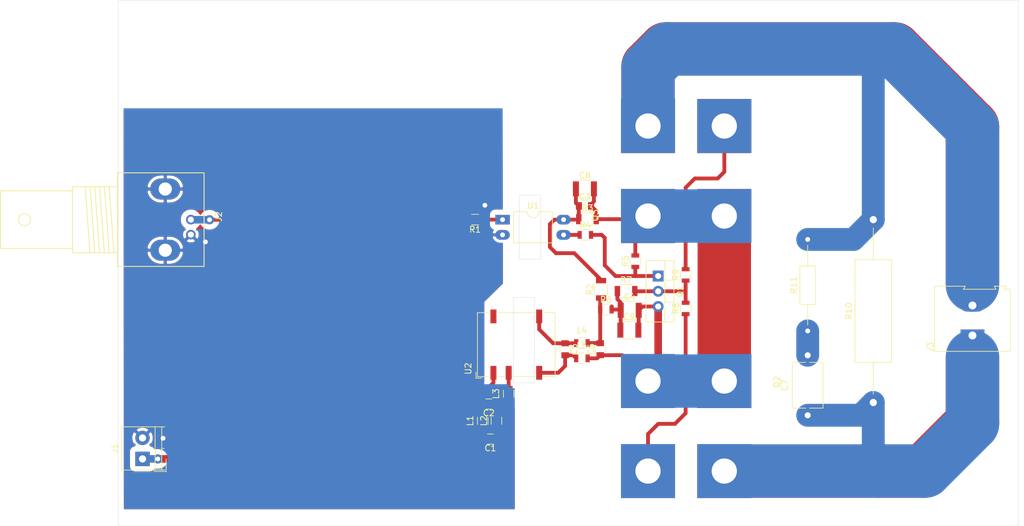
<source format=kicad_pcb>
(kicad_pcb (version 20240108) (generator "pcbnew") (generator_version "8.0")
  (layers (0 "F.Cu" signal) (31 "B.Cu" signal) (34 "B.Paste" user) (35 "F.Paste" user) (36 "B.SilkS" user "B.Silkscreen") (37 "F.SilkS" user "F.Silkscreen") (38 "B.Mask" user) (39 "F.Mask" user) (44 "Edge.Cuts" user))
  (net 0 "")
  (net 1 "GND")
  (net 2 "Net-(C1-Pad1)")
  (net 3 "Net-(C2-Pad2)")
  (net 4 "Net-(C2-Pad1)")
  (net 5 "GNDD")
  (net 6 "Net-(C3-Pad1)")
  (net 7 "Net-(C4-Pad1)")
  (net 8 "Net-(C5-Pad2)")
  (net 9 "Net-(C5-Pad1)")
  (net 10 "+15V")
  (net 11 "Net-(C7-Pad2)")
  (net 12 "Net-(C7-Pad1)")
  (net 13 "Net-(J2-Pad1)")
  (net 14 "Net-(J3-Pad2)")
  (net 15 "Net-(L3-Pad2)")
  (net 16 "Net-(Q1-Pad2)")
  (net 17 "Net-(Q1-Pad1)")
  (net 18 "Net-(R1-Pad1)")
  (net 19 "Net-(U2-Pad14)")
  (net 20 "Net-(Q2-Pad1)")
  (net 21 "Net-(Q3-Pad1)")
  (net 22 "Net-(R4-Pad1)")
  (footprint "Capacitors_SMD:C_0805" (layer "F.Cu") (at 176.784 98.552)
    (property "Reference" "C3" (at 0 -1.5 0) (layer "F.SilkS"))
    (property "Value" "C")
    (fp_line (start -0.5 0.85) (end 0.5 0.85) (stroke (width 0.12)) (layer "F.SilkS"))
    (fp_line (start 0.5 -0.85) (end -0.5 -0.85) (stroke (width 0.12)) (layer "F.SilkS"))
    (pad "1" smd rect (at -1 0) (size 1 1.25) (layers "F.Cu" "F.Paste" "F.Mask") (net 6 "Net-(C3-Pad1)"))
    (pad "2" smd rect (at 1 0) (size 1 1.25) (layers "F.Cu" "F.Paste" "F.Mask") (net 5 "GNDD"))
  )
  (footprint "Capacitors_SMD:C_1210" (layer "F.Cu") (at 184.23636 115.95354)
    (property "Reference" "C4" (at 0 -2.25 0) (layer "F.SilkS"))
    (property "Value" "C")
    (fp_line (start -1 1.48) (end 1 1.48) (stroke (width 0.12)) (layer "F.SilkS"))
    (fp_line (start 1 -1.48) (end -1 -1.48) (stroke (width 0.12)) (layer "F.SilkS"))
    (pad "1" smd rect (at -1.5 0) (size 1 2.5) (layers "F.Cu" "F.Paste" "F.Mask") (net 7 "Net-(C4-Pad1)"))
    (pad "2" smd rect (at 1.5 0) (size 1 2.5) (layers "F.Cu" "F.Paste" "F.Mask") (net 5 "GNDD"))
  )
  (footprint "Capacitors_SMD:C_0805" (layer "F.Cu") (at 173.482 122.444 -90)
    (property "Reference" "C5" (at 0 -1.5 90) (layer "F.SilkS"))
    (property "Value" "C")
    (fp_line (start -0.5 0.85) (end 0.5 0.85) (stroke (width 0.12)) (layer "F.SilkS"))
    (fp_line (start 0.5 -0.85) (end -0.5 -0.85) (stroke (width 0.12)) (layer "F.SilkS"))
    (pad "1" smd rect (at -1 0 270) (size 1 1.25) (layers "F.Cu" "F.Paste" "F.Mask") (net 9 "Net-(C5-Pad1)"))
    (pad "2" smd rect (at 1 0 270) (size 1 1.25) (layers "F.Cu" "F.Paste" "F.Mask") (net 8 "Net-(C5-Pad2)"))
  )
  (footprint "Capacitors_SMD:C_0805" (layer "F.Cu") (at 179.324 122.428 90)
    (property "Reference" "C6" (at 0 -1.5 90) (layer "F.SilkS"))
    (property "Value" "C")
    (fp_line (start 0.5 -0.85) (end -0.5 -0.85) (stroke (width 0.12)) (layer "F.SilkS"))
    (fp_line (start -0.5 0.85) (end 0.5 0.85) (stroke (width 0.12)) (layer "F.SilkS"))
    (pad "1" smd rect (at -1 0 90) (size 1 1.25) (layers "F.Cu" "F.Paste" "F.Mask") (net 5 "GNDD"))
    (pad "2" smd rect (at 1 0 90) (size 1 1.25) (layers "F.Cu" "F.Paste" "F.Mask") (net 10 "+15V"))
  )
  (footprint "Capacitors_THT:C_Disc_D7.5mm_W5.0mm_P10.00mm" (layer "F.Cu") (at 213.868 133.444 90)
    (property "Reference" "C7" (at 5 -3.81 90) (layer "F.SilkS"))
    (property "Value" "C")
    (fp_line (start 8.81 -2.56) (end 8.81 -0.311) (stroke (width 0.12)) (layer "F.SilkS"))
    (fp_line (start 1.19 -2.56) (end 8.81 -2.56) (stroke (width 0.12)) (layer "F.SilkS"))
    (fp_line (start 1.19 -2.56) (end 1.19 -0.311) (stroke (width 0.12)) (layer "F.SilkS"))
    (fp_line (start 8.81 0.311) (end 8.81 2.56) (stroke (width 0.12)) (layer "F.SilkS"))
    (fp_line (start 1.19 0.311) (end 1.19 2.56) (stroke (width 0.12)) (layer "F.SilkS"))
    (fp_line (start 1.19 2.56) (end 8.81 2.56) (stroke (width 0.12)) (layer "F.SilkS"))
    (pad "1" thru_hole circle (at 0 0 90) (size 2 2) (drill 1) (layers "*.Cu" "*.Mask") (net 12 "Net-(C7-Pad1)"))
    (pad "2" thru_hole circle (at 10 0 90) (size 2 2) (drill 1) (layers "*.Cu" "*.Mask") (net 11 "Net-(C7-Pad2)"))
  )
  (footprint "TerminalBlock_4UCON:TerminalBlock_4UCON_19963_02x3.5mm_Straight" (layer "F.Cu") (at 103.124 140.716 90)
    (property "Reference" "J1" (at 1.75 -4.6 90) (layer "F.SilkS"))
    (property "Value" "Screw_Terminal_01x02")
    (fp_line (start 5.35 -3.5) (end 5.35 3.7) (stroke (width 0.12)) (layer "F.SilkS"))
    (fp_line (start -1.85 -3.5) (end 5.35 -3.5) (stroke (width 0.12)) (layer "F.SilkS"))
    (fp_line (start -2.09 1.85) (end -2.09 3.94) (stroke (width 0.12)) (layer "F.SilkS"))
    (fp_line (start -1.85 2.1) (end 5.35 2.1) (stroke (width 0.12)) (layer "F.SilkS"))
    (fp_line (start 1.75 3.2) (end 1.75 3.6) (stroke (width 0.12)) (layer "F.SilkS"))
    (fp_line (start -1.85 3.2) (end 5.35 3.2) (stroke (width 0.12)) (layer "F.SilkS"))
    (fp_line (start -1.85 3.7) (end -1.85 -3.5) (stroke (width 0.12)) (layer "F.SilkS"))
    (fp_line (start -2.09 3.94) (end 0 3.94) (stroke (width 0.12)) (layer "F.SilkS"))
    (pad "1" thru_hole rect (at 0 0 90) (size 2.4 2.4) (drill 1.2) (layers "*.Cu" "*.Mask") (net 2 "Net-(C1-Pad1)"))
    (pad "2" thru_hole circle (at 3.5 0 90) (size 2.4 2.4) (drill 1.2) (layers "*.Cu" "*.Mask") (net 1 "GND"))
  )
  (footprint "Connectors_TE-Connectivity:BNC_Socket_TYCO-AMP" (layer "F.Cu") (at 106.172 100.838 90)
    (property "Reference" "J2" (at 0.508 9.652 90) (layer "F.SilkS"))
    (property "Value" "Conn_Coaxial")
    (fp_line (start 4.8006 -26.70048) (end -4.8006 -26.70048) (stroke (width 0.15)) (layer "F.SilkS"))
    (fp_line (start -4.8006 -26.70048) (end -4.8006 -14.69898) (stroke (width 0.15)) (layer "F.SilkS"))
    (fp_line (start 5.4991 -14.69898) (end -5.4991 -14.69898) (stroke (width 0.15)) (layer "F.SilkS"))
    (fp_line (start 4.8006 -14.69898) (end 4.8006 -26.70048) (stroke (width 0.15)) (layer "F.SilkS"))
    (fp_line (start -5.4991 -14.69898) (end -5.4991 -7.2009) (stroke (width 0.15)) (layer "F.SilkS"))
    (fp_line (start -5.4991 -11.80084) (end 5.4991 -12.60094) (stroke (width 0.15)) (layer "F.SilkS"))
    (fp_line (start -5.4991 -11.00074) (end 5.4991 -11.80084) (stroke (width 0.15)) (layer "F.SilkS"))
    (fp_line (start -5.4991 -10.20064) (end 5.4991 -11.00074) (stroke (width 0.15)) (layer "F.SilkS"))
    (fp_line (start -5.4991 -9.40054) (end 5.4991 -10.20064) (stroke (width 0.15)) (layer "F.SilkS"))
    (fp_line (start -5.4991 -8.60044) (end 5.4991 -9.40054) (stroke (width 0.15)) (layer "F.SilkS"))
    (fp_line (start -5.4991 -7.80034) (end 5.4991 -8.60044) (stroke (width 0.15)) (layer "F.SilkS"))
    (fp_line (start 7.80034 -7.2009) (end -7.80034 -7.2009) (stroke (width 0.15)) (layer "F.SilkS"))
    (fp_line (start 5.4991 -7.2009) (end 5.4991 -14.69898) (stroke (width 0.15)) (layer "F.SilkS"))
    (fp_line (start -7.80034 -7.2009) (end -7.80034 7.2009) (stroke (width 0.15)) (layer "F.SilkS"))
    (fp_line (start 7.80034 7.2009) (end 7.80034 -7.2009) (stroke (width 0.15)) (layer "F.SilkS"))
    (fp_line (start -7.80034 7.2009) (end 7.80034 7.2009) (stroke (width 0.15)) (layer "F.SilkS"))
    (fp_circle (center 0 -22.69998) (end 1.00076 -22.69998) (stroke (width 0.15)) (fill none) (layer "F.SilkS"))
    (pad "1" thru_hole circle (at 0 5.00126 90) (size 1.6002 1.6002) (drill 1.00076) (layers "*.Cu" "*.Mask") (net 13 "Net-(J2-Pad1)"))
    (pad "2" thru_hole oval (at -5.09778 0.7366 90) (size 3.50012 5.00126) (drill 2.19964) (layers "*.Cu" "*.Mask") (net 1 "GND"))
    (pad "2" thru_hole circle (at -2.49936 5.00126 90) (size 1.6002 1.6002) (drill 1.00076) (layers "*.Cu" "*.Mask") (net 1 "GND"))
    (pad "2" thru_hole oval (at 5.10032 0.7366 90) (size 3.50012 5.00126) (drill 2.19964) (layers "*.Cu" "*.Mask") (net 1 "GND"))
  )
  (footprint "TerminalBlock:TerminalBlock_Altech_AK300-2_P5.00mm" (layer "F.Cu") (at 241.3 120.142 90)
    (property "Reference" "J3" (at -1.92 -6.99 90) (layer "F.SilkS"))
    (property "Value" "Screw_Terminal_01x02")
    (fp_line (start 8.2 -6.3) (end -2.65 -6.3) (stroke (width 0.12)) (layer "F.SilkS"))
    (fp_line (start -2.65 -6.3) (end -2.65 6.3) (stroke (width 0.12)) (layer "F.SilkS"))
    (fp_line (start 7.7 -1.5) (end 8.2 -1.2) (stroke (width 0.12)) (layer "F.SilkS"))
    (fp_line (start 8.2 -1.2) (end 8.2 -6.3) (stroke (width 0.12)) (layer "F.SilkS"))
    (fp_line (start 8.2 3.65) (end 7.7 3.9) (stroke (width 0.12)) (layer "F.SilkS"))
    (fp_line (start 8.2 3.7) (end 8.2 3.65) (stroke (width 0.12)) (layer "F.SilkS"))
    (fp_line (start 7.7 3.9) (end 7.7 -1.5) (stroke (width 0.12)) (layer "F.SilkS"))
    (fp_line (start 7.7 5.35) (end 8.2 5.6) (stroke (width 0.12)) (layer "F.SilkS"))
    (fp_line (start 8.2 5.6) (end 8.2 3.7) (stroke (width 0.12)) (layer "F.SilkS"))
    (fp_line (start 7.7 6.3) (end 7.7 5.35) (stroke (width 0.12)) (layer "F.SilkS"))
    (fp_line (start -2.65 6.3) (end 7.7 6.3) (stroke (width 0.12)) (layer "F.SilkS"))
    (pad "1" thru_hole rect (at 0 0 90) (size 1.98 3.96) (drill 1.32) (layers "*.Cu" "*.Mask") (net 12 "Net-(C7-Pad1)"))
    (pad "2" thru_hole oval (at 5 0 90) (size 1.98 3.96) (drill 1.32) (layers "*.Cu" "*.Mask") (net 14 "Net-(J3-Pad2)"))
  )
  (footprint "Inductors_SMD:L_0805" (layer "F.Cu") (at 164.084 129.86 90)
    (property "Reference" "L3" (at 0 -2.1 90) (layer "F.SilkS"))
    (property "Value" "INDUCTOR")
    (fp_line (start -0.6 -0.88) (end 0.6 -0.88) (stroke (width 0.12)) (layer "F.SilkS"))
    (fp_line (start 0.6 0.88) (end -0.6 0.88) (stroke (width 0.12)) (layer "F.SilkS"))
    (pad "1" smd rect (at -0.95 0 90) (size 0.7 1.3) (layers "F.Cu" "F.Paste" "F.Mask") (net 4 "Net-(C2-Pad1)"))
    (pad "2" smd rect (at 0.95 0 90) (size 0.7 1.3) (layers "F.Cu" "F.Paste" "F.Mask") (net 15 "Net-(L3-Pad2)"))
  )
  (footprint "Inductors_SMD:L_0805" (layer "F.Cu") (at 176.276 121.412)
    (property "Reference" "L4" (at 0 -2.1 0) (layer "F.SilkS"))
    (property "Value" "INDUCTOR")
    (fp_line (start -0.6 -0.88) (end 0.6 -0.88) (stroke (width 0.12)) (layer "F.SilkS"))
    (fp_line (start 0.6 0.88) (end -0.6 0.88) (stroke (width 0.12)) (layer "F.SilkS"))
    (pad "1" smd rect (at -0.95 0) (size 0.7 1.3) (layers "F.Cu" "F.Paste" "F.Mask") (net 9 "Net-(C5-Pad1)"))
    (pad "2" smd rect (at 0.95 0) (size 0.7 1.3) (layers "F.Cu" "F.Paste" "F.Mask") (net 10 "+15V"))
  )
  (footprint "Inductors_SMD:L_0805" (layer "F.Cu") (at 176.276 123.952)
    (property "Reference" "L5" (at 0 -2.1 0) (layer "F.SilkS"))
    (property "Value" "INDUCTOR")
    (fp_line (start -0.6 -0.88) (end 0.6 -0.88) (stroke (width 0.12)) (layer "F.SilkS"))
    (fp_line (start 0.6 0.88) (end -0.6 0.88) (stroke (width 0.12)) (layer "F.SilkS"))
    (pad "1" smd rect (at -0.95 0) (size 0.7 1.3) (layers "F.Cu" "F.Paste" "F.Mask") (net 8 "Net-(C5-Pad2)"))
    (pad "2" smd rect (at 0.95 0) (size 0.7 1.3) (layers "F.Cu" "F.Paste" "F.Mask") (net 5 "GNDD"))
  )
  (footprint "Resistors_SMD:R_0805" (layer "F.Cu") (at 158.496 100.838 180)
    (property "Reference" "R1" (at 0 -1.65 0) (layer "F.SilkS"))
    (property "Value" "R_US")
    (fp_line (start 0.6 0.88) (end -0.6 0.88) (stroke (width 0.12)) (layer "F.SilkS"))
    (fp_line (start -0.6 -0.88) (end 0.6 -0.88) (stroke (width 0.12)) (layer "F.SilkS"))
    (pad "1" smd rect (at -0.95 0 180) (size 0.7 1.3) (layers "F.Cu" "F.Paste" "F.Mask") (net 18 "Net-(R1-Pad1)"))
    (pad "2" smd rect (at 0.95 0 180) (size 0.7 1.3) (layers "F.Cu" "F.Paste" "F.Mask") (net 13 "Net-(J2-Pad1)"))
  )
  (footprint "Resistors_SMD:R_1206" (layer "F.Cu") (at 179.4637 112.45376 90)
    (property "Reference" "R2" (at 0 -1.85 90) (layer "F.SilkS"))
    (property "Value" "R_US")
    (fp_line (start -1 -1.07) (end 1 -1.07) (stroke (width 0.12)) (layer "F.SilkS"))
    (fp_line (start 1 1.07) (end -1 1.07) (stroke (width 0.12)) (layer "F.SilkS"))
    (pad "1" smd rect (at -1.45 0 90) (size 0.9 1.7) (layers "F.Cu" "F.Paste" "F.Mask") (net 10 "+15V"))
    (pad "2" smd rect (at 1.45 0 90) (size 0.9 1.7) (layers "F.Cu" "F.Paste" "F.Mask") (net 6 "Net-(C3-Pad1)"))
  )
  (footprint "Resistors_SMD:R_1206" (layer "F.Cu") (at 177.20852 100.7618)
    (property "Reference" "R3" (at 0 -1.85 0) (layer "F.SilkS"))
    (property "Value" "R_US")
    (fp_line (start -1 -1.07) (end 1 -1.07) (stroke (width 0.12)) (layer "F.SilkS"))
    (fp_line (start 1 1.07) (end -1 1.07) (stroke (width 0.12)) (layer "F.SilkS"))
    (pad "1" smd rect (at -1.45 0) (size 0.9 1.7) (layers "F.Cu" "F.Paste" "F.Mask") (net 6 "Net-(C3-Pad1)"))
    (pad "2" smd rect (at 1.45 0) (size 0.9 1.7) (layers "F.Cu" "F.Paste" "F.Mask") (net 5 "GNDD"))
  )
  (footprint "Resistors_SMD:R_0805" (layer "F.Cu") (at 176.85 103.378)
    (property "Reference" "R4" (at 0 -1.65 0) (layer "F.SilkS"))
    (property "Value" "R_US")
    (fp_line (start -0.6 -0.88) (end 0.6 -0.88) (stroke (width 0.12)) (layer "F.SilkS"))
    (fp_line (start 0.6 0.88) (end -0.6 0.88) (stroke (width 0.12)) (layer "F.SilkS"))
    (pad "1" smd rect (at -0.95 0) (size 0.7 1.3) (layers "F.Cu" "F.Paste" "F.Mask") (net 22 "Net-(R4-Pad1)"))
    (pad "2" smd rect (at 0.95 0) (size 0.7 1.3) (layers "F.Cu" "F.Paste" "F.Mask") (net 17 "Net-(Q1-Pad1)"))
  )
  (footprint "Resistors_SMD:R_0805" (layer "F.Cu") (at 185.166 107.762 90)
    (property "Reference" "R5" (at 0 -1.65 90) (layer "F.SilkS"))
    (property "Value" "R_US")
    (fp_line (start -0.6 -0.88) (end 0.6 -0.88) (stroke (width 0.12)) (layer "F.SilkS"))
    (fp_line (start 0.6 0.88) (end -0.6 0.88) (stroke (width 0.12)) (layer "F.SilkS"))
    (pad "1" smd rect (at -0.95 0 90) (size 0.7 1.3) (layers "F.Cu" "F.Paste" "F.Mask") (net 17 "Net-(Q1-Pad1)"))
    (pad "2" smd rect (at 0.95 0 90) (size 0.7 1.3) (layers "F.Cu" "F.Paste" "F.Mask") (net 5 "GNDD"))
  )
  (footprint "Resistors_SMD:R_0805" (layer "F.Cu") (at 180.274 115.824)
    (property "Reference" "R6" (at 0 -1.65 0) (layer "F.SilkS"))
    (property "Value" "R_US")
    (fp_line (start -0.6 -0.88) (end 0.6 -0.88) (stroke (width 0.12)) (layer "F.SilkS"))
    (fp_line (start 0.6 0.88) (end -0.6 0.88) (stroke (width 0.12)) (layer "F.SilkS"))
    (pad "1" smd rect (at -0.95 0) (size 0.7 1.3) (layers "F.Cu" "F.Paste" "F.Mask") (net 10 "+15V"))
    (pad "2" smd rect (at 0.95 0) (size 0.7 1.3) (layers "F.Cu" "F.Paste" "F.Mask") (net 7 "Net-(C4-Pad1)"))
  )
  (footprint "Resistors_SMD:R_1206" (layer "F.Cu") (at 183.634 112.74)
    (property "Reference" "R7" (at 0 -1.85 0) (layer "F.SilkS"))
    (property "Value" "R_US")
    (fp_line (start -1 -1.07) (end 1 -1.07) (stroke (width 0.12)) (layer "F.SilkS"))
    (fp_line (start 1 1.07) (end -1 1.07) (stroke (width 0.12)) (layer "F.SilkS"))
    (pad "1" smd rect (at -1.45 0) (size 0.9 1.7) (layers "F.Cu" "F.Paste" "F.Mask") (net 7 "Net-(C4-Pad1)"))
    (pad "2" smd rect (at 1.45 0) (size 0.9 1.7) (layers "F.Cu" "F.Paste" "F.Mask") (net 16 "Net-(Q1-Pad2)"))
  )
  (footprint "Resistors_SMD:R_0805" (layer "F.Cu") (at 193.548 110.048 90)
    (property "Reference" "R9" (at 0 -1.65 90) (layer "F.SilkS"))
    (property "Value" "R_US")
    (fp_line (start -0.6 -0.88) (end 0.6 -0.88) (stroke (width 0.12)) (layer "F.SilkS"))
    (fp_line (start 0.6 0.88) (end -0.6 0.88) (stroke (width 0.12)) (layer "F.SilkS"))
    (pad "1" smd rect (at -0.95 0 90) (size 0.7 1.3) (layers "F.Cu" "F.Paste" "F.Mask") (net 16 "Net-(Q1-Pad2)"))
    (pad "2" smd rect (at 0.95 0 90) (size 0.7 1.3) (layers "F.Cu" "F.Paste" "F.Mask") (net 21 "Net-(Q3-Pad1)"))
  )
  (footprint "Resistors_THT:R_Axial_DIN0207_L6.3mm_D2.5mm_P15.24mm_Horizontal" (layer "F.Cu") (at 213.868 119.38 90)
    (property "Reference" "R11" (at 7.62 -2.31 90) (layer "F.SilkS"))
    (property "Value" "R_US")
    (fp_line (start 10.83 -1.31) (end 4.41 -1.31) (stroke (width 0.12)) (layer "F.SilkS"))
    (fp_line (start 4.41 -1.31) (end 4.41 1.31) (stroke (width 0.12)) (layer "F.SilkS"))
    (fp_line (start 14.26 0) (end 10.83 0) (stroke (width 0.12)) (layer "F.SilkS"))
    (fp_line (start 0.98 0) (end 4.41 0) (stroke (width 0.12)) (layer "F.SilkS"))
    (fp_line (start 10.83 1.31) (end 10.83 -1.31) (stroke (width 0.12)) (layer "F.SilkS"))
    (fp_line (start 4.41 1.31) (end 10.83 1.31) (stroke (width 0.12)) (layer "F.SilkS"))
    (pad "1" thru_hole circle (at 0 0 90) (size 1.6 1.6) (drill 0.8) (layers "*.Cu" "*.Mask") (net 11 "Net-(C7-Pad2)"))
    (pad "2" thru_hole oval (at 15.24 0 90) (size 1.6 1.6) (drill 0.8) (layers "*.Cu" "*.Mask") (net 14 "Net-(J3-Pad2)"))
  )
  (footprint "Converters_DCDC_ACDC:DCDC-Conv_muRata_NXE2SxxxxMC" (layer "F.Cu") (at 165.354 121.666 90)
    (property "Reference" "U2" (at -4 -8 90) (layer "F.SilkS"))
    (property "Value" "PDS1-S15-S15-M")
    (fp_line (start -4.577 -6.72) (end -5.577 -6.72) (stroke (width 0.12)) (layer "F.SilkS"))
    (fp_line (start -5.577 -6.72) (end -5.577 -5.72) (stroke (width 0.12)) (layer "F.SilkS"))
    (fp_line (start 5.327 -6.47) (end 5.327 -4.51) (stroke (width 0.12)) (layer "F.SilkS"))
    (fp_line (start -5.327 -6.47) (end 5.327 -6.47) (stroke (width 0.12)) (layer "F.SilkS"))
    (fp_line (start -5.327 -4.51) (end -5.327 -6.47) (stroke (width 0.12)) (layer "F.SilkS"))
    (fp_line (start 5.327 -3.11) (end 5.327 3.11) (stroke (width 0.12)) (layer "F.SilkS"))
    (fp_line (start -5.327 -1.97) (end -5.327 -3.11) (stroke (width 0.12)) (layer "F.SilkS"))
    (fp_line (start -5.327 3.11) (end -5.327 -0.57) (stroke (width 0.12)) (layer "F.SilkS"))
    (fp_line (start 5.32 4.51) (end 5.327 6.47) (stroke (width 0.12)) (layer "F.SilkS"))
    (fp_line (start 5.327 6.47) (end -5.327 6.47) (stroke (width 0.12)) (layer "F.SilkS"))
    (fp_line (start -5.327 6.47) (end -5.327 4.51) (stroke (width 0.12)) (layer "F.SilkS"))
    (pad "1" smd rect (at -4.7 -3.81) (size 1 2.3) (layers "F.Cu" "F.Paste" "F.Mask") (net 3 "Net-(C2-Pad2)"))
    (pad "3" smd rect (at -4.7 -1.27) (size 1 2.3) (layers "F.Cu" "F.Paste" "F.Mask") (net 15 "Net-(L3-Pad2)"))
    (pad "7" smd rect (at -4.7 3.81) (size 1 2.3) (layers "F.Cu" "F.Paste" "F.Mask") (net 8 "Net-(C5-Pad2)"))
    (pad "8" smd rect (at 4.7 3.81) (size 1 2.3) (layers "F.Cu" "F.Paste" "F.Mask") (net 9 "Net-(C5-Pad1)"))
    (pad "14" smd rect (at 4.7 -3.81) (size 1 2.3) (layers "F.Cu" "F.Paste" "F.Mask") (net 19 "Net-(U2-Pad14)"))
  )
  (footprint "Housings_DIP:DIP-4_W10.16mm_LongPads" (layer "F.Cu") (at 163.068 100.838)
    (property "Reference" "U1" (at 5.08 -2.33 0) (layer "F.SilkS"))
    (property "Value" "LTV-817")
    (fp_line (start 1.845 -1.33) (end 1.845 3.87) (stroke (width 0.12)) (layer "F.SilkS"))
    (fp_line (start 1.845 3.87) (end 8.315 3.87) (stroke (width 0.12)) (layer "F.SilkS"))
    (fp_line (start 4.08 -1.33) (end 1.845 -1.33) (stroke (width 0.12)) (layer "F.SilkS"))
    (fp_line (start 8.315 -1.33) (end 6.08 -1.33) (stroke (width 0.12)) (layer "F.SilkS"))
    (fp_line (start 8.315 3.87) (end 8.315 -1.33) (stroke (width 0.12)) (layer "F.SilkS"))
    (fp_arc (start 6.08 -1.33) (mid 5.08 -0.33) (end 4.08 -1.33) (stroke (width 0.12)) (layer "F.SilkS"))
    (pad "1" thru_hole rect (at 0 0) (size 2.4 1.6) (drill 0.8) (layers "*.Cu" "*.Mask") (net 18 "Net-(R1-Pad1)"))
    (pad "2" thru_hole oval (at 0 2.54) (size 2.4 1.6) (drill 0.8) (layers "*.Cu" "*.Mask") (net 1 "GND"))
    (pad "3" thru_hole oval (at 10.16 2.54) (size 2.4 1.6) (drill 0.8) (layers "*.Cu" "*.Mask") (net 22 "Net-(R4-Pad1)"))
    (pad "4" thru_hole oval (at 10.16 0) (size 2.4 1.6) (drill 0.8) (layers "*.Cu" "*.Mask") (net 6 "Net-(C3-Pad1)"))
  )
  (footprint "Resistors_SMD:R_0805" (layer "F.Cu") (at 193.548 115.636 90)
    (property "Reference" "R8" (at 0 -1.65 90) (layer "F.SilkS"))
    (property "Value" "R_US")
    (fp_line (start -0.6 -0.88) (end 0.6 -0.88) (stroke (width 0.12)) (layer "F.SilkS"))
    (fp_line (start 0.6 0.88) (end -0.6 0.88) (stroke (width 0.12)) (layer "F.SilkS"))
    (pad "1" smd rect (at -0.95 0 90) (size 0.7 1.3) (layers "F.Cu" "F.Paste" "F.Mask") (net 20 "Net-(Q2-Pad1)"))
    (pad "2" smd rect (at 0.95 0 90) (size 0.7 1.3) (layers "F.Cu" "F.Paste" "F.Mask") (net 16 "Net-(Q1-Pad2)"))
  )
  (footprint "Coil_speedifier:STE250NS10" (layer "F.Cu") (at 193.634 135.24 90)
    (property "Reference" "Q2" (at 7.366 15.113 90) (layer "F.SilkS"))
    (property "Value" "Q_NMOS_GDS")
    (pad "1" thru_hole rect (at -7.5 -6.35 90) (size 9 9) (drill 4.2) (layers "*.Cu" "*.Mask") (net 20 "Net-(Q2-Pad1)"))
    (pad "2" thru_hole rect (at -7.5 6.35 90) (size 9 9) (drill 4.2) (layers "*.Cu" "*.Mask") (net 12 "Net-(C7-Pad1)"))
    (pad "3" thru_hole rect (at 7.5 -6.35 90) (size 9 9) (drill 4.2) (layers "*.Cu" "*.Mask") (net 5 "GNDD"))
    (pad "3" thru_hole rect (at 7.5 6.35 90) (size 9 9) (drill 4.2) (layers "*.Cu" "*.Mask") (net 5 "GNDD"))
  )
  (footprint "Coil_speedifier:STE250NS10" (layer "F.Cu") (at 193.634 92.74 -90)
    (property "Reference" "Q3" (at 7.366 15.113 90) (layer "F.SilkS"))
    (property "Value" "Q_NMOS_GDS")
    (pad "1" thru_hole rect (at -7.5 -6.35 270) (size 9 9) (drill 4.2) (layers "*.Cu" "*.Mask") (net 21 "Net-(Q3-Pad1)"))
    (pad "2" thru_hole rect (at -7.5 6.35 270) (size 9 9) (drill 4.2) (layers "*.Cu" "*.Mask") (net 14 "Net-(J3-Pad2)"))
    (pad "3" thru_hole rect (at 7.5 -6.35 270) (size 9 9) (drill 4.2) (layers "*.Cu" "*.Mask") (net 5 "GNDD"))
    (pad "3" thru_hole rect (at 7.5 6.35 270) (size 9 9) (drill 4.2) (layers "*.Cu" "*.Mask") (net 5 "GNDD"))
  )
  (footprint "Resistors_THT:R_Axial_DIN0617_L17.0mm_D6.0mm_P30.48mm_Horizontal" (layer "F.Cu") (at 224.79 131.318 90)
    (property "Reference" "R10" (at 15.24 -4.06 90) (layer "F.SilkS"))
    (property "Value" "R_US")
    (fp_line (start 23.8 -3.06) (end 6.68 -3.06) (stroke (width 0.12)) (layer "F.SilkS"))
    (fp_line (start 6.68 -3.06) (end 6.68 3.06) (stroke (width 0.12)) (layer "F.SilkS"))
    (fp_line (start 29.1 0) (end 23.8 0) (stroke (width 0.12)) (layer "F.SilkS"))
    (fp_line (start 1.38 0) (end 6.68 0) (stroke (width 0.12)) (layer "F.SilkS"))
    (fp_line (start 23.8 3.06) (end 23.8 -3.06) (stroke (width 0.12)) (layer "F.SilkS"))
    (fp_line (start 6.68 3.06) (end 23.8 3.06) (stroke (width 0.12)) (layer "F.SilkS"))
    (pad "1" thru_hole circle (at 0 0 90) (size 2.4 2.4) (drill 1.2) (layers "*.Cu" "*.Mask") (net 12 "Net-(C7-Pad1)"))
    (pad "2" thru_hole oval (at 30.48 0 90) (size 2.4 2.4) (drill 1.2) (layers "*.Cu" "*.Mask") (net 14 "Net-(J3-Pad2)"))
  )
  (footprint "TO_SOT_Packages_THT:TO-220-3_Vertical" (layer "F.Cu") (at 188.976 110.236 -90)
    (property "Reference" "Q1" (at 2.54 -3.62 90) (layer "F.SilkS"))
    (property "Value" "Q_NPN_Darlington_BCE")
    (fp_line (start -2.58 2.021) (end 7.66 2.021) (stroke (width 0.12)) (layer "F.SilkS"))
    (fp_line (start -2.58 -1.11) (end 7.66 -1.11) (stroke (width 0.12)) (layer "F.SilkS"))
    (fp_line (start -2.58 -2.62) (end -2.58 2.021) (stroke (width 0.12)) (layer "F.SilkS"))
    (fp_line (start -2.58 -2.62) (end 7.66 -2.62) (stroke (width 0.12)) (layer "F.SilkS"))
    (fp_line (start 0.69 -2.62) (end 0.69 -1.11) (stroke (width 0.12)) (layer "F.SilkS"))
    (fp_line (start 4.391 -2.62) (end 4.391 -1.11) (stroke (width 0.12)) (layer "F.SilkS"))
    (fp_line (start 7.66 -2.62) (end 7.66 2.021) (stroke (width 0.12)) (layer "F.SilkS"))
    (pad "1" thru_hole rect (at 0 0 270) (size 1.8 1.8) (drill 1) (layers "*.Cu" "*.Mask") (net 17 "Net-(Q1-Pad1)"))
    (pad "2" thru_hole oval (at 2.54 0 270) (size 1.8 1.8) (drill 1) (layers "*.Cu" "*.Mask") (net 16 "Net-(Q1-Pad2)"))
    (pad "3" thru_hole oval (at 5.08 0 270) (size 1.8 1.8) (drill 1) (layers "*.Cu" "*.Mask") (net 5 "GNDD"))
  )
  (footprint "Capacitors_SMD:C_0805" (layer "F.Cu") (at 160.782 131.572 180)
    (property "Reference" "C2" (at 0 -1.5 0) (layer "F.SilkS"))
    (property "Value" "C")
    (fp_line (start 0.5 -0.85) (end -0.5 -0.85) (stroke (width 0.12)) (layer "F.SilkS"))
    (fp_line (start -0.5 0.85) (end 0.5 0.85) (stroke (width 0.12)) (layer "F.SilkS"))
    (pad "1" smd rect (at -1 0 180) (size 1 1.25) (layers "F.Cu" "F.Paste" "F.Mask") (net 4 "Net-(C2-Pad1)"))
    (pad "2" smd rect (at 1 0 180) (size 1 1.25) (layers "F.Cu" "F.Paste" "F.Mask") (net 3 "Net-(C2-Pad2)"))
  )
  (footprint "Capacitors_SMD:C_0805" (layer "F.Cu") (at 161.036 137.414 180)
    (property "Reference" "C1" (at 0 -1.5 0) (layer "F.SilkS"))
    (property "Value" "C")
    (fp_line (start 0.5 -0.85) (end -0.5 -0.85) (stroke (width 0.12)) (layer "F.SilkS"))
    (fp_line (start -0.5 0.85) (end 0.5 0.85) (stroke (width 0.12)) (layer "F.SilkS"))
    (pad "1" smd rect (at -1 0 180) (size 1 1.25) (layers "F.Cu" "F.Paste" "F.Mask") (net 2 "Net-(C1-Pad1)"))
    (pad "2" smd rect (at 1 0 180) (size 1 1.25) (layers "F.Cu" "F.Paste" "F.Mask") (net 1 "GND"))
  )
  (footprint "Inductors_SMD:L_0805" (layer "F.Cu") (at 159.766 134.366 90)
    (property "Reference" "L1" (at 0 -2.1 90) (layer "F.SilkS"))
    (property "Value" "INDUCTOR")
    (fp_line (start -0.6 -0.88) (end 0.6 -0.88) (stroke (width 0.12)) (layer "F.SilkS"))
    (fp_line (start 0.6 0.88) (end -0.6 0.88) (stroke (width 0.12)) (layer "F.SilkS"))
    (pad "1" smd rect (at -0.95 0 90) (size 0.7 1.3) (layers "F.Cu" "F.Paste" "F.Mask") (net 1 "GND"))
    (pad "2" smd rect (at 0.95 0 90) (size 0.7 1.3) (layers "F.Cu" "F.Paste" "F.Mask") (net 3 "Net-(C2-Pad2)"))
  )
  (footprint "Inductors_SMD:L_0805" (layer "F.Cu") (at 162.052 134.366 90)
    (property "Reference" "L2" (at 0 -2.1 90) (layer "F.SilkS"))
    (property "Value" "INDUCTOR")
    (fp_line (start -0.6 -0.88) (end 0.6 -0.88) (stroke (width 0.12)) (layer "F.SilkS"))
    (fp_line (start 0.6 0.88) (end -0.6 0.88) (stroke (width 0.12)) (layer "F.SilkS"))
    (pad "1" smd rect (at -0.95 0 90) (size 0.7 1.3) (layers "F.Cu" "F.Paste" "F.Mask") (net 2 "Net-(C1-Pad1)"))
    (pad "2" smd rect (at 0.95 0 90) (size 0.7 1.3) (layers "F.Cu" "F.Paste" "F.Mask") (net 4 "Net-(C2-Pad1)"))
  )
  (footprint "Capacitors_SMD:C_1210" (layer "F.Cu") (at 176.77752 95.71228)
    (property "Reference" "C8" (at 0 -2.25 0) (layer "F.SilkS"))
    (property "Value" "C")
    (fp_line (start -1 1.48) (end 1 1.48) (stroke (width 0.12)) (layer "F.SilkS"))
    (fp_line (start 1 -1.48) (end -1 -1.48) (stroke (width 0.12)) (layer "F.SilkS"))
    (pad "1" smd rect (at -1.5 0) (size 1 2.5) (layers "F.Cu" "F.Paste" "F.Mask") (net 6 "Net-(C3-Pad1)"))
    (pad "2" smd rect (at 1.5 0) (size 1 2.5) (layers "F.Cu" "F.Paste" "F.Mask") (net 5 "GNDD"))
  )
  (footprint "Capacitors_SMD:C_1210" (layer "F.Cu") (at 184.17908 119.253)
    (property "Reference" "C9" (at 0 -2.25 0) (layer "F.SilkS"))
    (property "Value" "C")
    (fp_line (start -1 1.48) (end 1 1.48) (stroke (width 0.12)) (layer "F.SilkS"))
    (fp_line (start 1 -1.48) (end -1 -1.48) (stroke (width 0.12)) (layer "F.SilkS"))
    (pad "1" smd rect (at -1.5 0) (size 1 2.5) (layers "F.Cu" "F.Paste" "F.Mask") (net 7 "Net-(C4-Pad1)"))
    (pad "2" smd rect (at 1.5 0) (size 1 2.5) (layers "F.Cu" "F.Paste" "F.Mask") (net 5 "GNDD"))
  )
  (gr_line (start 169.418 96.774) (end 169.418 107.442) (stroke (width 0.05)) (layer "Edge.Cuts"))
  (gr_line (start 169.418 107.442) (end 165.862 107.442) (stroke (width 0.05)) (layer "Edge.Cuts"))
  (gr_line (start 165.862 96.774) (end 169.418 96.774) (stroke (width 0.05)) (layer "Edge.Cuts"))
  (gr_line (start 165.862 107.442) (end 165.862 96.774) (stroke (width 0.05)) (layer "Edge.Cuts"))
  (gr_line (start 164.846 128.016) (end 164.846 113.792) (stroke (width 0.05)) (layer "Edge.Cuts"))
  (gr_line (start 164.846 113.792) (end 168.402 113.792) (stroke (width 0.05)) (layer "Edge.Cuts"))
  (gr_line (start 168.402 128.016) (end 164.846 128.016) (stroke (width 0.05)) (layer "Edge.Cuts"))
  (gr_line (start 168.402 113.792) (end 168.402 128.016) (stroke (width 0.05)) (layer "Edge.Cuts"))
  (gr_line (start 248.92 151.892) (end 248.92 64.262) (stroke (width 0.05)) (layer "Edge.Cuts"))
  (gr_line (start 99.06 151.892) (end 248.92 151.892) (stroke (width 0.05)) (layer "Edge.Cuts"))
  (gr_line (start 248.92 64.262) (end 99.06 64.262) (stroke (width 0.05)) (layer "Edge.Cuts"))
  (gr_line (start 99.06 64.262) (end 99.06 151.892) (stroke (width 0.05)) (layer "Edge.Cuts"))
  (segment (start 159.766 135.316) (end 159.766 137.144) (width 0.635) (layer "F.Cu") (net 1))
  (segment (start 159.766 137.144) (end 160.036 137.414) (width 0.635) (layer "F.Cu") (net 1))
  (segment (start 163.04768 103.35768) (end 163.068 103.378) (width 0.635) (layer "F.Cu") (net 1))
  (via (at 160.12414 98.44786) (size 1.524) (drill 0.7874) (layers "F.Cu" "B.Cu") (net 1))
  (via (at 106.54792 137.27176) (size 1.524) (drill 0.7874) (layers "F.Cu" "B.Cu") (net 1))
  (via (at 113.59896 104.55402) (size 1.524) (drill 0.7874) (layers "F.Cu" "B.Cu") (net 1))
  (segment (start 105.664 140.716) (end 103.124 140.716) (width 0.635) (layer "F.Cu") (net 2))
  (segment (start 105.664 140.716) (end 160.528 140.716) (width 1.27) (layer "F.Cu") (net 2))
  (segment (start 162.052 139.192) (end 162.052 137.43) (width 0.635) (layer "F.Cu") (net 2))
  (segment (start 160.528 140.716) (end 162.052 139.192) (width 1.27) (layer "F.Cu") (net 2))
  (segment (start 162.052 135.316) (end 162.052 137.398) (width 0.635) (layer "F.Cu") (net 2))
  (segment (start 162.052 137.43) (end 162.036 137.414) (width 0.635) (layer "F.Cu") (net 2))
  (segment (start 162.052 137.398) (end 162.036 137.414) (width 0.635) (layer "F.Cu") (net 2))
  (via (at 105.664 140.716) (size 1.524) (drill 0.7874) (layers "F.Cu" "B.Cu") (net 2))
  (segment (start 103.124 140.716) (end 105.664 140.716) (width 1.27) (layer "B.Cu") (net 2))
  (segment (start 159.766 129.794) (end 159.782 129.81) (width 0.635) (layer "F.Cu") (net 3))
  (segment (start 159.766 131.588) (end 159.782 131.572) (width 0.635) (layer "F.Cu") (net 3))
  (segment (start 161.544 128.016) (end 159.766 129.794) (width 0.635) (layer "F.Cu") (net 3))
  (segment (start 161.544 126.366) (end 161.544 128.016) (width 0.635) (layer "F.Cu") (net 3))
  (segment (start 159.766 133.416) (end 159.766 131.588) (width 0.635) (layer "F.Cu") (net 3))
  (segment (start 159.782 129.81) (end 159.782 131.572) (width 0.635) (layer "F.Cu") (net 3))
  (segment (start 162.052 132.08) (end 162.56 131.572) (width 0.635) (layer "F.Cu") (net 4))
  (segment (start 162.052 133.416) (end 162.052 132.08) (width 0.635) (layer "F.Cu") (net 4))
  (segment (start 162.56 131.572) (end 163.83 131.572) (width 0.635) (layer "F.Cu") (net 4))
  (segment (start 163.83 131.572) (end 164.084 131.318) (width 0.635) (layer "F.Cu") (net 4))
  (segment (start 164.084 131.318) (end 164.084 130.81) (width 0.635) (layer "F.Cu") (net 4))
  (segment (start 161.782 131.572) (end 162.56 131.572) (width 0.635) (layer "F.Cu") (net 4))
  (segment (start 178.8 123.952) (end 179.324 123.428) (width 0.635) (layer "F.Cu") (net 5))
  (segment (start 185.162 102.362) (end 187.284 100.24) (width 0.635) (layer "F.Cu") (net 5))
  (segment (start 177.80254 98.552) (end 178.65852 99.40798) (width 0.635) (layer "F.Cu") (net 5))
  (segment (start 179.324 123.428) (end 182.972 123.428) (width 0.635) (layer "F.Cu") (net 5))
  (segment (start 177.784 98.552) (end 177.784 98.3013) (width 0.635) (layer "F.Cu") (net 5))
  (segment (start 177.784 98.552) (end 177.80254 98.552) (width 0.635) (layer "F.Cu") (net 5))
  (segment (start 177.226 123.952) (end 178.8 123.952) (width 0.635) (layer "F.Cu") (net 5))
  (segment (start 186.3739 115.316) (end 185.73636 115.95354) (width 0.635) (layer "F.Cu") (net 5))
  (segment (start 188.976 115.316) (end 188.976 126.048) (width 1.27) (layer "F.Cu") (net 5))
  (segment (start 178.65852 99.40798) (end 178.65852 100.7618) (width 0.635) (layer "F.Cu") (net 5))
  (segment (start 185.166 106.812) (end 185.166 102.358) (width 0.635) (layer "F.Cu") (net 5))
  (segment (start 188.976 115.316) (end 186.3739 115.316) (width 0.635) (layer "F.Cu") (net 5))
  (segment (start 188.976 126.048) (end 187.284 127.74) (width 1.27) (layer "F.Cu") (net 5))
  (segment (start 178.27752 97.80778) (end 178.27752 95.71228) (width 0.635) (layer "F.Cu") (net 5))
  (segment (start 199.984 100.24) (end 199.984 127.74) (width 8.89) (layer "F.Cu") (net 5))
  (segment (start 182.972 123.428) (end 187.284 127.74) (width 0.635) (layer "F.Cu") (net 5))
  (segment (start 185.73636 115.95354) (end 185.73636 119.19572) (width 0.635) (layer "F.Cu") (net 5))
  (segment (start 185.166 102.358) (end 187.284 100.24) (width 0.635) (layer "F.Cu") (net 5))
  (segment (start 178.65852 100.7618) (end 186.7622 100.7618) (width 0.635) (layer "F.Cu") (net 5))
  (segment (start 185.73636 119.19572) (end 185.67908 119.253) (width 0.635) (layer "F.Cu") (net 5))
  (segment (start 186.7622 100.7618) (end 187.284 100.24) (width 0.635) (layer "F.Cu") (net 5))
  (segment (start 186.686 100.838) (end 187.284 100.24) (width 0.635) (layer "F.Cu") (net 5))
  (segment (start 177.784 98.3013) (end 178.27752 97.80778) (width 0.635) (layer "F.Cu") (net 5))
  (segment (start 187.284 127.74) (end 199.984 127.74) (width 8.89) (layer "B.Cu") (net 5))
  (segment (start 187.284 100.24) (end 199.984 100.24) (width 8.89) (layer "B.Cu") (net 5))
  (segment (start 175.75852 98.57748) (end 175.784 98.552) (width 0.635) (layer "F.Cu") (net 6))
  (segment (start 175.68232 100.838) (end 175.75852 100.7618) (width 0.635) (layer "F.Cu") (net 6))
  (segment (start 175.75852 100.7618) (end 175.75852 98.57748) (width 0.635) (layer "F.Cu") (net 6))
  (segment (start 171.704 100.838) (end 170.942 101.6) (width 0.635) (layer "F.Cu") (net 6))
  (segment (start 173.228 100.838) (end 175.68232 100.838) (width 0.635) (layer "F.Cu") (net 6))
  (segment (start 173.228 100.838) (end 171.704 100.838) (width 0.635) (layer "F.Cu") (net 6))
  (segment (start 170.942 105.41) (end 170.942 101.6) (width 0.635) (layer "F.Cu") (net 6))
  (segment (start 175.27752 98.04552) (end 175.784 98.552) (width 0.635) (layer "F.Cu") (net 6))
  (segment (start 175.27752 95.71228) (end 175.27752 98.04552) (width 0.635) (layer "F.Cu") (net 6))
  (segment (start 171.958 106.426) (end 170.942 105.41) (width 0.635) (layer "F.Cu") (net 6))
  (segment (start 179.324 110.744) (end 175.006 106.426) (width 0.635) (layer "F.Cu") (net 6))
  (segment (start 175.006 106.426) (end 171.958 106.426) (width 0.635) (layer "F.Cu") (net 6))
  (segment (start 182.666 115.316) (end 182.666 114.77688) (width 0.635) (layer "F.Cu") (net 7))
  (segment (start 182.184 112.74) (end 182.184 114.09422) (width 0.635) (layer "F.Cu") (net 7))
  (segment (start 182.73636 114.64658) (end 182.73636 115.95354) (width 0.635) (layer "F.Cu") (net 7))
  (segment (start 181.224 115.824) (end 182.60682 115.824) (width 0.635) (layer "F.Cu") (net 7))
  (segment (start 182.60682 115.824) (end 182.73636 115.95354) (width 0.635) (layer "F.Cu") (net 7))
  (segment (start 182.184 114.09422) (end 182.73636 114.64658) (width 0.635) (layer "F.Cu") (net 7))
  (segment (start 182.73636 119.19572) (end 182.67908 119.253) (width 0.635) (layer "F.Cu") (net 7))
  (segment (start 181.224 115.824) (end 181.224 115.294) (width 0.635) (layer "F.Cu") (net 7))
  (segment (start 182.73636 115.95354) (end 182.73636 119.19572) (width 0.635) (layer "F.Cu") (net 7))
  (segment (start 173.482 125.222) (end 173.482 123.444) (width 0.635) (layer "F.Cu") (net 8))
  (segment (start 173.482 123.444) (end 174.818 123.444) (width 0.635) (layer "F.Cu") (net 8))
  (segment (start 172.338 126.366) (end 173.482 125.222) (width 0.635) (layer "F.Cu") (net 8))
  (segment (start 174.818 123.444) (end 175.326 123.952) (width 0.635) (layer "F.Cu") (net 8))
  (segment (start 169.164 126.366) (end 172.338 126.366) (width 0.635) (layer "F.Cu") (net 8))
  (segment (start 175.294 121.444) (end 175.326 121.412) (width 0.635) (layer "F.Cu") (net 9))
  (segment (start 173.482 121.444) (end 175.294 121.444) (width 0.635) (layer "F.Cu") (net 9))
  (segment (start 169.164 116.966) (end 169.164 119.126) (width 0.635) (layer "F.Cu") (net 9))
  (segment (start 169.164 119.126) (end 171.482 121.444) (width 0.635) (layer "F.Cu") (net 9))
  (segment (start 171.482 121.444) (end 173.482 121.444) (width 0.635) (layer "F.Cu") (net 9))
  (segment (start 179.324 115.824) (end 179.324 121.428) (width 0.635) (layer "F.Cu") (net 10))
  (segment (start 179.324 114.04346) (end 179.4637 113.90376) (width 0.635) (layer "F.Cu") (net 10))
  (segment (start 179.308 121.412) (end 179.324 121.428) (width 0.635) (layer "F.Cu") (net 10))
  (segment (start 177.226 121.412) (end 179.308 121.412) (width 0.635) (layer "F.Cu") (net 10))
  (segment (start 179.324 115.824) (end 179.324 114.04346) (width 0.635) (layer "F.Cu") (net 10))
  (segment (start 213.868 119.38) (end 213.868 123.444) (width 3.81) (layer "B.Cu") (net 11))
  (segment (start 241.3 134.62) (end 241.3 123.952) (width 8.89) (layer "F.Cu") (net 12))
  (segment (start 233.18 142.74) (end 241.3 134.62) (width 8.89) (layer "F.Cu") (net 12))
  (segment (start 199.984 142.74) (end 233.18 142.74) (width 8.89) (layer "F.Cu") (net 12))
  (segment (start 233.434 142.74) (end 241.3 134.874) (width 8.89) (layer "B.Cu") (net 12))
  (segment (start 241.3 134.874) (end 241.3 123.698) (width 8.89) (layer "B.Cu") (net 12))
  (segment (start 224.79 141.732) (end 225.798 142.74) (width 3.81) (layer "B.Cu") (net 12))
  (segment (start 224.79 131.318) (end 224.79 141.732) (width 3.81) (layer "B.Cu") (net 12))
  (segment (start 199.984 142.74) (end 225.798 142.74) (width 8.89) (layer "B.Cu") (net 12))
  (segment (start 241.3 125.476) (end 241.3 120.142) (width 0.635) (layer "B.Cu") (net 12))
  (segment (start 222.664 133.444) (end 224.79 131.318) (width 3.81) (layer "B.Cu") (net 12))
  (segment (start 213.868 133.444) (end 222.664 133.444) (width 3.81) (layer "B.Cu") (net 12))
  (segment (start 225.798 142.74) (end 233.434 142.74) (width 8.89) (layer "B.Cu") (net 12))
  (segment (start 155.42768 100.85832) (end 157.52568 100.85832) (width 0.635) (layer "F.Cu") (net 13))
  (segment (start 155.42768 100.85832) (end 114.27968 100.85832) (width 0.635) (layer "F.Cu") (net 13))
  (segment (start 157.52568 100.85832) (end 157.546 100.838) (width 0.635) (layer "F.Cu") (net 13))
  (via (at 114.27968 100.85832) (size 1.524) (drill 0.7874) (layers "F.Cu" "B.Cu") (net 13))
  (segment (start 114.27968 100.85832) (end 111.19866 100.85832) (width 1.27) (layer "B.Cu") (net 13))
  (segment (start 187.284 85.24) (end 187.284 75.352) (width 8.89) (layer "F.Cu") (net 14))
  (segment (start 187.284 75.352) (end 190.246 72.39) (width 8.89) (layer "F.Cu") (net 14))
  (segment (start 190.246 72.39) (end 228.346 72.39) (width 8.89) (layer "F.Cu") (net 14))
  (segment (start 241.3 85.344) (end 241.3 111.506) (width 8.89) (layer "F.Cu") (net 14))
  (segment (start 228.346 72.39) (end 241.3 85.344) (width 8.89) (layer "F.Cu") (net 14))
  (segment (start 187.284 75.606) (end 190.5 72.39) (width 8.89) (layer "B.Cu") (net 14))
  (segment (start 228.092 72.39) (end 241.3 85.598) (width 8.89) (layer "B.Cu") (net 14))
  (segment (start 224.79 75.692) (end 228.092 72.39) (width 3.81) (layer "B.Cu") (net 14))
  (segment (start 224.79 100.838) (end 224.79 75.692) (width 3.81) (layer "B.Cu") (net 14))
  (segment (start 241.3 85.598) (end 241.3 111.76) (width 8.89) (layer "B.Cu") (net 14))
  (segment (start 213.868 104.14) (end 221.488 104.14) (width 3.81) (layer "B.Cu") (net 14))
  (segment (start 190.5 72.39) (end 228.092 72.39) (width 8.89) (layer "B.Cu") (net 14))
  (segment (start 187.284 85.24) (end 187.284 75.606) (width 8.89) (layer "B.Cu") (net 14))
  (segment (start 221.488 104.14) (end 224.79 100.838) (width 3.81) (layer "B.Cu") (net 14))
  (segment (start 241.3 109.982) (end 241.3 115.142) (width 0.635) (layer "B.Cu") (net 14))
  (segment (start 164.084 126.366) (end 164.084 128.91) (width 0.635) (layer "F.Cu") (net 15))
  (segment (start 193.548 110.998) (end 193.548 112.776) (width 0.635) (layer "F.Cu") (net 16))
  (segment (start 188.634 112.78) (end 193.544 112.78) (width 0.635) (layer "F.Cu") (net 16))
  (segment (start 185.124 112.78) (end 185.084 112.74) (width 0.635) (layer "F.Cu") (net 16))
  (segment (start 193.544 112.78) (end 193.548 112.776) (width 0.635) (layer "F.Cu") (net 16))
  (segment (start 188.634 112.78) (end 185.124 112.78) (width 0.635) (layer "F.Cu") (net 16))
  (segment (start 193.548 112.776) (end 193.548 114.686) (width 0.635) (layer "F.Cu") (net 16))
  (segment (start 179.578 103.378) (end 180.086 103.886) (width 0.635) (layer "F.Cu") (net 17))
  (segment (start 185.166 108.712) (end 185.166 110.236) (width 0.635) (layer "F.Cu") (net 17))
  (segment (start 185.166 110.236) (end 188.976 110.236) (width 0.635) (layer "F.Cu") (net 17))
  (segment (start 180.086 103.886) (end 180.086 108.458) (width 0.635) (layer "F.Cu") (net 17))
  (segment (start 181.864 110.236) (end 185.166 110.236) (width 0.635) (layer "F.Cu") (net 17))
  (segment (start 177.8 103.378) (end 179.578 103.378) (width 0.635) (layer "F.Cu") (net 17))
  (segment (start 180.086 108.458) (end 181.864 110.236) (width 0.635) (layer "F.Cu") (net 17))
  (segment (start 159.446 100.838) (end 163.068 100.838) (width 0.635) (layer "F.Cu") (net 18))
  (segment (start 187.284 136.566) (end 187.284 142.74) (width 0.635) (layer "F.Cu") (net 20))
  (segment (start 188.976 134.874) (end 187.284 136.566) (width 0.635) (layer "F.Cu") (net 20))
  (segment (start 191.77 134.874) (end 188.976 134.874) (width 0.635) (layer "F.Cu") (net 20))
  (segment (start 193.548 133.096) (end 191.77 134.874) (width 0.635) (layer "F.Cu") (net 20))
  (segment (start 193.548 116.586) (end 193.548 133.096) (width 0.635) (layer "F.Cu") (net 20))
  (segment (start 199.984 85.24) (end 199.984 92.878) (width 0.635) (layer "F.Cu") (net 21))
  (segment (start 199.984 92.878) (end 198.882 93.98) (width 0.635) (layer "F.Cu") (net 21))
  (segment (start 195.072 93.98) (end 193.548 95.504) (width 0.635) (layer "F.Cu") (net 21))
  (segment (start 193.548 108.712) (end 193.548 109.098) (width 0.635) (layer "F.Cu") (net 21))
  (segment (start 199.984 85.24) (end 199.984 87.29) (width 0.635) (layer "F.Cu") (net 21))
  (segment (start 193.548 95.504) (end 193.548 108.712) (width 0.635) (layer "F.Cu") (net 21))
  (segment (start 198.882 93.98) (end 195.072 93.98) (width 0.635) (layer "F.Cu") (net 21))
  (segment (start 173.228 103.378) (end 175.9 103.378) (width 0.635) (layer "F.Cu") (net 22))
  (zone (net 1) (net_name "GND") (layer "F.Cu") (connect_pads (clearance 0.889)) (min_thickness 0.254) (fill yes (thermal_gap 0.508) (thermal_bridge_width 0.508))
    (polygon (pts (xy 163.124558 111.506) (xy 160.02 114.554) (xy 160.02 128.27) (xy 165.1 128.27) (xy 165.1 149.098) (xy 100.024282 149.098) (xy 99.975719 82.296) (xy 163.068 82.296)))
  )
  (zone (net 1) (net_name "GND") (layer "B.Cu") (connect_pads (clearance 0.889)) (min_thickness 0.254) (fill yes (thermal_gap 0.508) (thermal_bridge_width 0.508))
    (polygon (pts (xy 163.124558 111.506) (xy 160.02 114.554) (xy 160.02 128.27) (xy 165.1 128.27) (xy 165.1 149.098) (xy 100.024282 149.098) (xy 99.975719 82.296) (xy 163.068 82.296)))
  )
)
</source>
